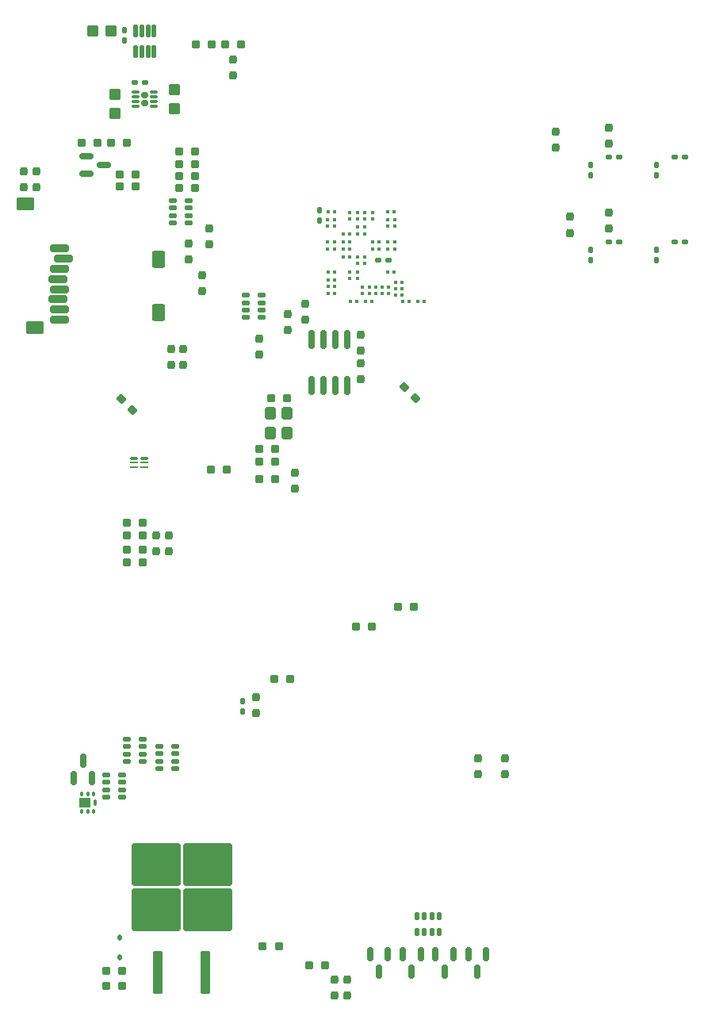
<source format=gbp>
%TF.GenerationSoftware,KiCad,Pcbnew,8.0.3*%
%TF.CreationDate,2024-06-13T08:31:56-07:00*%
%TF.ProjectId,squishy-main,73717569-7368-4792-9d6d-61696e2e6b69,2*%
%TF.SameCoordinates,PXb3c4820PY930e7c0*%
%TF.FileFunction,Paste,Bot*%
%TF.FilePolarity,Positive*%
%FSLAX46Y46*%
G04 Gerber Fmt 4.6, Leading zero omitted, Abs format (unit mm)*
G04 Created by KiCad (PCBNEW 8.0.3) date 2024-06-13 08:31:56*
%MOMM*%
%LPD*%
G01*
G04 APERTURE LIST*
G04 Aperture macros list*
%AMRoundRect*
0 Rectangle with rounded corners*
0 $1 Rounding radius*
0 $2 $3 $4 $5 $6 $7 $8 $9 X,Y pos of 4 corners*
0 Add a 4 corners polygon primitive as box body*
4,1,4,$2,$3,$4,$5,$6,$7,$8,$9,$2,$3,0*
0 Add four circle primitives for the rounded corners*
1,1,$1+$1,$2,$3*
1,1,$1+$1,$4,$5*
1,1,$1+$1,$6,$7*
1,1,$1+$1,$8,$9*
0 Add four rect primitives between the rounded corners*
20,1,$1+$1,$2,$3,$4,$5,0*
20,1,$1+$1,$4,$5,$6,$7,0*
20,1,$1+$1,$6,$7,$8,$9,0*
20,1,$1+$1,$8,$9,$2,$3,0*%
G04 Aperture macros list end*
%ADD10C,0.500000*%
%ADD11RoundRect,0.200000X-0.200000X0.250000X-0.200000X-0.250000X0.200000X-0.250000X0.200000X0.250000X0*%
%ADD12RoundRect,0.079500X-0.100500X0.079500X-0.100500X-0.079500X0.100500X-0.079500X0.100500X0.079500X0*%
%ADD13RoundRect,0.125000X0.175000X0.125000X-0.175000X0.125000X-0.175000X-0.125000X0.175000X-0.125000X0*%
%ADD14RoundRect,0.079500X0.079500X0.100500X-0.079500X0.100500X-0.079500X-0.100500X0.079500X-0.100500X0*%
%ADD15RoundRect,0.125000X-0.325000X-0.125000X0.325000X-0.125000X0.325000X0.125000X-0.325000X0.125000X0*%
%ADD16RoundRect,0.150000X-0.150000X0.587500X-0.150000X-0.587500X0.150000X-0.587500X0.150000X0.587500X0*%
%ADD17RoundRect,0.200000X-0.250000X-0.200000X0.250000X-0.200000X0.250000X0.200000X-0.250000X0.200000X0*%
%ADD18RoundRect,0.200000X0.200000X-0.250000X0.200000X0.250000X-0.200000X0.250000X-0.200000X-0.250000X0*%
%ADD19RoundRect,0.250000X-0.350000X0.400000X-0.350000X-0.400000X0.350000X-0.400000X0.350000X0.400000X0*%
%ADD20RoundRect,0.075000X0.325000X0.075000X-0.325000X0.075000X-0.325000X-0.075000X0.325000X-0.075000X0*%
%ADD21RoundRect,0.112500X-0.112500X0.187500X-0.112500X-0.187500X0.112500X-0.187500X0.112500X0.187500X0*%
%ADD22RoundRect,0.079500X0.100500X-0.079500X0.100500X0.079500X-0.100500X0.079500X-0.100500X-0.079500X0*%
%ADD23RoundRect,0.150000X0.150000X-0.825000X0.150000X0.825000X-0.150000X0.825000X-0.150000X-0.825000X0*%
%ADD24RoundRect,0.200400X-0.399600X0.399600X-0.399600X-0.399600X0.399600X-0.399600X0.399600X0.399600X0*%
%ADD25RoundRect,0.125000X0.125000X-0.175000X0.125000X0.175000X-0.125000X0.175000X-0.125000X-0.175000X0*%
%ADD26RoundRect,0.062500X0.337500X-0.062500X0.337500X0.062500X-0.337500X0.062500X-0.337500X-0.062500X0*%
%ADD27RoundRect,0.087500X0.312500X-0.087500X0.312500X0.087500X-0.312500X0.087500X-0.312500X-0.087500X0*%
%ADD28RoundRect,0.150000X-0.587500X-0.150000X0.587500X-0.150000X0.587500X0.150000X-0.587500X0.150000X0*%
%ADD29RoundRect,0.079500X-0.079500X-0.100500X0.079500X-0.100500X0.079500X0.100500X-0.079500X0.100500X0*%
%ADD30RoundRect,0.200000X0.250000X0.200000X-0.250000X0.200000X-0.250000X-0.200000X0.250000X-0.200000X0*%
%ADD31RoundRect,0.087500X-0.087500X0.127500X-0.087500X-0.127500X0.087500X-0.127500X0.087500X0.127500X0*%
%ADD32RoundRect,0.250000X-0.375000X0.300000X-0.375000X-0.300000X0.375000X-0.300000X0.375000X0.300000X0*%
%ADD33RoundRect,0.087500X-0.087500X0.242500X-0.087500X-0.242500X0.087500X-0.242500X0.087500X0.242500X0*%
%ADD34RoundRect,0.112500X0.112500X-0.550000X0.112500X0.550000X-0.112500X0.550000X-0.112500X-0.550000X0*%
%ADD35RoundRect,0.125000X-0.125000X0.175000X-0.125000X-0.175000X0.125000X-0.175000X0.125000X0.175000X0*%
%ADD36RoundRect,0.150000X0.150000X-0.587500X0.150000X0.587500X-0.150000X0.587500X-0.150000X-0.587500X0*%
%ADD37RoundRect,0.250000X0.300000X-2.050000X0.300000X2.050000X-0.300000X2.050000X-0.300000X-2.050000X0*%
%ADD38RoundRect,0.250000X2.375000X-2.025000X2.375000X2.025000X-2.375000X2.025000X-2.375000X-2.025000X0*%
%ADD39RoundRect,0.125000X0.325000X0.125000X-0.325000X0.125000X-0.325000X-0.125000X0.325000X-0.125000X0*%
%ADD40RoundRect,0.200400X-0.399600X-0.399600X0.399600X-0.399600X0.399600X0.399600X-0.399600X0.399600X0*%
%ADD41RoundRect,0.200000X-0.318198X0.035355X0.035355X-0.318198X0.318198X-0.035355X-0.035355X0.318198X0*%
%ADD42RoundRect,0.125000X0.125000X-0.325000X0.125000X0.325000X-0.125000X0.325000X-0.125000X-0.325000X0*%
%ADD43RoundRect,0.200000X0.800000X-0.200000X0.800000X0.200000X-0.800000X0.200000X-0.800000X-0.200000X0*%
%ADD44RoundRect,0.250000X0.450000X-0.650000X0.450000X0.650000X-0.450000X0.650000X-0.450000X-0.650000X0*%
%ADD45RoundRect,0.250000X0.700000X-0.450000X0.700000X0.450000X-0.700000X0.450000X-0.700000X-0.450000X0*%
G04 APERTURE END LIST*
D10*
%TO.C,U19*%
X-60500000Y98125000D02*
X-60700000Y98125000D01*
X-60700000Y98300000D01*
X-60500000Y98300000D01*
X-60500000Y98125000D01*
G36*
X-60500000Y98125000D02*
G01*
X-60700000Y98125000D01*
X-60700000Y98300000D01*
X-60500000Y98300000D01*
X-60500000Y98125000D01*
G37*
X-60500000Y97300000D02*
X-60700000Y97300000D01*
X-60700000Y97475000D01*
X-60500000Y97475000D01*
X-60500000Y97300000D01*
G36*
X-60500000Y97300000D02*
G01*
X-60700000Y97300000D01*
X-60700000Y97475000D01*
X-60500000Y97475000D01*
X-60500000Y97300000D01*
G37*
%TD*%
D11*
%TO.C,C46*%
X-25050000Y27480500D03*
X-25050000Y25780500D03*
%TD*%
D12*
%TO.C,C78*%
X-34700000Y84945000D03*
X-34700000Y84255000D03*
%TD*%
D13*
%TO.C,C2*%
X-9950000Y91600000D03*
X-11050000Y91600000D03*
%TD*%
D14*
%TO.C,C58*%
X-33155000Y76900000D03*
X-33845000Y76900000D03*
%TD*%
D15*
%TO.C,R50*%
X-64750000Y23300000D03*
X-63050000Y23300000D03*
X-64750000Y24100000D03*
X-63050000Y24100000D03*
X-64750000Y24900000D03*
X-63050000Y24900000D03*
X-64750000Y25700000D03*
X-63050000Y25700000D03*
%TD*%
D16*
%TO.C,Q2*%
X-33050001Y6537501D03*
X-31150001Y6537501D03*
X-32100001Y4662501D03*
%TD*%
D14*
%TO.C,C57*%
X-33155000Y78300000D03*
X-33845000Y78300000D03*
%TD*%
D17*
%TO.C,C49*%
X-62500000Y48375000D03*
X-60800000Y48375000D03*
%TD*%
D18*
%TO.C,C12*%
X-44550000Y56225000D03*
X-44550000Y57925000D03*
%TD*%
D14*
%TO.C,C66*%
X-38755000Y81800000D03*
X-39445000Y81800000D03*
%TD*%
D19*
%TO.C,X2*%
X-45400000Y64250000D03*
X-45400000Y62150000D03*
X-47200000Y62150000D03*
X-47200000Y64250000D03*
%TD*%
D20*
%TO.C,U19*%
X-59600000Y98550000D03*
X-59600000Y98050000D03*
X-59600000Y97550000D03*
X-59600000Y97050000D03*
X-61600000Y97050000D03*
X-61600000Y97550000D03*
X-61600000Y98050000D03*
X-61600000Y98550000D03*
%TD*%
D21*
%TO.C,D13*%
X-63300000Y8350000D03*
X-63300000Y6250000D03*
%TD*%
D16*
%TO.C,Q3*%
X-36550001Y6537500D03*
X-34650001Y6537500D03*
X-35600001Y4662500D03*
%TD*%
D22*
%TO.C,C76*%
X-37900000Y85055000D03*
X-37900000Y85745000D03*
%TD*%
D23*
%TO.C,U18*%
X-38995000Y67225000D03*
X-40265000Y67225000D03*
X-41535000Y67225000D03*
X-42805000Y67225000D03*
X-42805000Y72175000D03*
X-41535000Y72175000D03*
X-40265000Y72175000D03*
X-38995000Y72175000D03*
%TD*%
D14*
%TO.C,C112*%
X-36355000Y76200000D03*
X-37045000Y76200000D03*
%TD*%
D11*
%TO.C,R69*%
X-15200000Y85250000D03*
X-15200000Y83550000D03*
%TD*%
D24*
%TO.C,R52*%
X-57400000Y98800000D03*
X-57400000Y96800000D03*
%TD*%
D25*
%TO.C,C5*%
X-6000000Y89650001D03*
X-6000000Y90750001D03*
%TD*%
D12*
%TO.C,C79*%
X-33900000Y84945000D03*
X-33900000Y84255000D03*
%TD*%
D26*
%TO.C,U7*%
X-61750000Y58500000D03*
X-61750000Y59000000D03*
D27*
X-61750000Y59500000D03*
X-60650000Y59500000D03*
D26*
X-60650000Y59000000D03*
X-60650000Y58500000D03*
%TD*%
D12*
%TO.C,C67*%
X-37900000Y80945000D03*
X-37900000Y80255000D03*
%TD*%
%TO.C,C72*%
X-41100000Y82545000D03*
X-41100000Y81855000D03*
%TD*%
D14*
%TO.C,C108*%
X-30755000Y76200000D03*
X-31445000Y76200000D03*
%TD*%
D11*
%TO.C,C19*%
X-56500000Y71150000D03*
X-56500000Y69450000D03*
%TD*%
D22*
%TO.C,C75*%
X-36300000Y85055000D03*
X-36300000Y85745000D03*
%TD*%
D17*
%TO.C,C15*%
X-47150000Y65900000D03*
X-45450000Y65900000D03*
%TD*%
D11*
%TO.C,R72*%
X-45300000Y74850000D03*
X-45300000Y73150000D03*
%TD*%
D18*
%TO.C,R73*%
X-43500000Y74250000D03*
X-43500000Y75950000D03*
%TD*%
D28*
%TO.C,Q9*%
X-66837500Y89850000D03*
X-66837500Y91750000D03*
X-64962499Y90800000D03*
%TD*%
D14*
%TO.C,C56*%
X-40355000Y77800000D03*
X-41045000Y77800000D03*
%TD*%
D29*
%TO.C,C63*%
X-34645000Y85800000D03*
X-33955000Y85800000D03*
%TD*%
D12*
%TO.C,C73*%
X-41100000Y84945000D03*
X-41100000Y84255000D03*
%TD*%
D16*
%TO.C,Q4*%
X-29550000Y6537499D03*
X-27650000Y6537499D03*
X-28600000Y4662499D03*
%TD*%
D30*
%TO.C,C88*%
X-31850000Y43599999D03*
X-33550000Y43599999D03*
%TD*%
D22*
%TO.C,C52*%
X-37900000Y83455000D03*
X-37900000Y84145000D03*
%TD*%
D14*
%TO.C,C51*%
X-38755000Y82600000D03*
X-39445000Y82600000D03*
%TD*%
D15*
%TO.C,R48*%
X-59015000Y26335000D03*
X-57315000Y26335000D03*
X-59015000Y27135000D03*
X-57315000Y27135000D03*
X-59015000Y27935000D03*
X-57315000Y27935000D03*
X-59015000Y28735000D03*
X-57315000Y28735000D03*
%TD*%
D22*
%TO.C,C105*%
X-37900000Y78655000D03*
X-37900000Y79345000D03*
%TD*%
%TO.C,C82*%
X-35250000Y77055000D03*
X-35250000Y77745000D03*
%TD*%
%TO.C,C81*%
X-34550000Y77055000D03*
X-34550000Y77745000D03*
%TD*%
D12*
%TO.C,C103*%
X-40300000Y84945000D03*
X-40300000Y84255000D03*
%TD*%
D25*
%TO.C,C64*%
X-41950000Y84850000D03*
X-41950000Y85950000D03*
%TD*%
D31*
%TO.C,Q6*%
X-66700000Y23635001D03*
X-67350000Y23635001D03*
D32*
X-66985000Y22700001D03*
D31*
X-66700000Y21765001D03*
X-67350000Y21765001D03*
X-66050000Y23635001D03*
D33*
X-65925000Y22700001D03*
D31*
X-66050000Y21765001D03*
%TD*%
D14*
%TO.C,C55*%
X-40355000Y77100000D03*
X-41045000Y77100000D03*
%TD*%
D30*
%TO.C,R49*%
X-50350000Y103700000D03*
X-52050000Y103700000D03*
%TD*%
D22*
%TO.C,C100*%
X-38700000Y85055000D03*
X-38700000Y85745000D03*
%TD*%
%TO.C,C84*%
X-36650000Y77055000D03*
X-36650000Y77745000D03*
%TD*%
D14*
%TO.C,C59*%
X-33155000Y77600000D03*
X-33845000Y77600000D03*
%TD*%
D29*
%TO.C,C111*%
X-38645000Y76200000D03*
X-37955000Y76200000D03*
%TD*%
%TO.C,C68*%
X-36245000Y81800000D03*
X-35555000Y81800000D03*
%TD*%
D11*
%TO.C,R67*%
X-11000000Y85750000D03*
X-11000000Y84050000D03*
%TD*%
D30*
%TO.C,C95*%
X-63050000Y3200000D03*
X-64750000Y3200000D03*
%TD*%
D11*
%TO.C,R37*%
X-37550000Y69600000D03*
X-37550000Y67900000D03*
%TD*%
D22*
%TO.C,C102*%
X-37100000Y85055000D03*
X-37100000Y85745000D03*
%TD*%
D34*
%TO.C,U22*%
X-59625000Y102862500D03*
X-60275000Y102862500D03*
X-60925000Y102862500D03*
X-61575000Y102862500D03*
X-61575000Y105137500D03*
X-60925000Y105137500D03*
X-60275000Y105137500D03*
X-59625000Y105137500D03*
%TD*%
D35*
%TO.C,C97*%
X-62800000Y105150000D03*
X-62800000Y104050000D03*
%TD*%
D36*
%TO.C,Q8*%
X-66249999Y25362500D03*
X-68149999Y25362500D03*
X-67199999Y27237500D03*
%TD*%
D11*
%TO.C,R36*%
X-11000000Y94750000D03*
X-11000000Y93050000D03*
%TD*%
D30*
%TO.C,C11*%
X-51850000Y58250001D03*
X-53550000Y58250001D03*
%TD*%
D37*
%TO.C,D14*%
X-54110000Y4575000D03*
D38*
X-59425000Y11300000D03*
X-53875000Y11300000D03*
X-59425000Y16150000D03*
X-53875000Y16150000D03*
D37*
X-59190000Y4575000D03*
%TD*%
D22*
%TO.C,C83*%
X-37350000Y77055000D03*
X-37350000Y77745000D03*
%TD*%
D25*
%TO.C,R3*%
X-50200000Y32449999D03*
X-50200000Y33549999D03*
%TD*%
D13*
%TO.C,C3*%
X-2950000Y91600000D03*
X-4050000Y91600000D03*
%TD*%
D18*
%TO.C,R1*%
X-48400000Y70550000D03*
X-48400000Y72250000D03*
%TD*%
D11*
%TO.C,C20*%
X-57800000Y71150000D03*
X-57800000Y69450000D03*
%TD*%
D39*
%TO.C,R66*%
X-55950000Y87000000D03*
X-57650000Y87000000D03*
X-55950000Y86200000D03*
X-57650000Y86200000D03*
X-55950000Y85400000D03*
X-57650000Y85400000D03*
X-55950000Y84600000D03*
X-57650000Y84600000D03*
%TD*%
D12*
%TO.C,C65*%
X-37100000Y80945000D03*
X-37100000Y80255000D03*
%TD*%
%TO.C,C77*%
X-34700000Y82545000D03*
X-34700000Y81855000D03*
%TD*%
D30*
%TO.C,R47*%
X-63050001Y4750001D03*
X-64750001Y4750001D03*
%TD*%
D29*
%TO.C,C61*%
X-34645000Y79400000D03*
X-33955000Y79400000D03*
%TD*%
D18*
%TO.C,R56*%
X-22150000Y25730499D03*
X-22150000Y27430499D03*
%TD*%
D40*
%TO.C,FB3*%
X-66200000Y105100000D03*
X-64200000Y105100000D03*
%TD*%
D17*
%TO.C,C91*%
X-62500000Y52625000D03*
X-60800000Y52625000D03*
%TD*%
D30*
%TO.C,R10*%
X-46700000Y60500000D03*
X-48400000Y60500000D03*
%TD*%
D25*
%TO.C,C4*%
X-13000000Y89650000D03*
X-13000000Y90750000D03*
%TD*%
D11*
%TO.C,C7*%
X-37550000Y72700000D03*
X-37550000Y71000000D03*
%TD*%
D12*
%TO.C,C74*%
X-33900000Y82545000D03*
X-33900000Y81855000D03*
%TD*%
D41*
%TO.C,C22*%
X-63101041Y65801041D03*
X-61898959Y64598959D03*
%TD*%
D29*
%TO.C,C109*%
X-33045000Y76200000D03*
X-32355000Y76200000D03*
%TD*%
D15*
%TO.C,R14*%
X-49850000Y74500000D03*
X-48150000Y74500000D03*
X-49850000Y75300000D03*
X-48150000Y75300000D03*
X-49850000Y76100000D03*
X-48150000Y76100000D03*
X-49850000Y76900000D03*
X-48150000Y76900000D03*
%TD*%
D11*
%TO.C,C80*%
X-73500000Y90150000D03*
X-73500000Y88450000D03*
%TD*%
D18*
%TO.C,C17*%
X-58050000Y49575000D03*
X-58050000Y51275000D03*
%TD*%
D11*
%TO.C,R68*%
X-16700000Y94350000D03*
X-16700000Y92650000D03*
%TD*%
D14*
%TO.C,C60*%
X-40355000Y85800000D03*
X-41045000Y85800000D03*
%TD*%
D11*
%TO.C,R41*%
X-72200000Y90150000D03*
X-72200000Y88450000D03*
%TD*%
D16*
%TO.C,Q5*%
X-26050001Y6537498D03*
X-24150001Y6537498D03*
X-25100001Y4662498D03*
%TD*%
D17*
%TO.C,R61*%
X-67350000Y93200000D03*
X-65650000Y93200000D03*
%TD*%
D41*
%TO.C,C18*%
X-32901041Y67101041D03*
X-31698959Y65898959D03*
%TD*%
D14*
%TO.C,C62*%
X-40355000Y79400000D03*
X-41045000Y79400000D03*
%TD*%
D11*
%TO.C,R28*%
X-55900000Y82450000D03*
X-55900000Y80750000D03*
%TD*%
D17*
%TO.C,R76*%
X-56950000Y92200000D03*
X-55250000Y92200000D03*
%TD*%
D22*
%TO.C,C106*%
X-38700000Y78655000D03*
X-38700000Y79345000D03*
%TD*%
D17*
%TO.C,R63*%
X-63250000Y89800000D03*
X-61550000Y89800000D03*
%TD*%
D11*
%TO.C,C1*%
X-54500000Y79050000D03*
X-54500000Y77350000D03*
%TD*%
D18*
%TO.C,R32*%
X-40300000Y2150000D03*
X-40300000Y3850000D03*
%TD*%
D12*
%TO.C,C104*%
X-40300000Y82545000D03*
X-40300000Y81855000D03*
%TD*%
D30*
%TO.C,R17*%
X-45100000Y35900000D03*
X-46800000Y35900000D03*
%TD*%
D14*
%TO.C,C50*%
X-38755000Y83400000D03*
X-39445000Y83400000D03*
%TD*%
D17*
%TO.C,R62*%
X-63250000Y88500000D03*
X-61550000Y88500000D03*
%TD*%
D30*
%TO.C,C13*%
X-46700000Y59150000D03*
X-48400000Y59150000D03*
%TD*%
D18*
%TO.C,R40*%
X-39000000Y2150000D03*
X-39000000Y3850000D03*
%TD*%
D17*
%TO.C,C14*%
X-48400000Y57250000D03*
X-46700000Y57250000D03*
%TD*%
D30*
%TO.C,R43*%
X-36350000Y41500001D03*
X-38050000Y41500001D03*
%TD*%
D17*
%TO.C,C93*%
X-62500000Y51275000D03*
X-60800000Y51275000D03*
%TD*%
D22*
%TO.C,C69*%
X-37100000Y83455000D03*
X-37100000Y84145000D03*
%TD*%
D17*
%TO.C,R51*%
X-64250000Y93200000D03*
X-62550000Y93200000D03*
%TD*%
%TO.C,R65*%
X-48000000Y7400000D03*
X-46300000Y7400000D03*
%TD*%
%TO.C,R58*%
X-55150000Y103700000D03*
X-53450000Y103700000D03*
%TD*%
%TO.C,R6*%
X-56950000Y90900000D03*
X-55250000Y90900000D03*
%TD*%
D29*
%TO.C,C53*%
X-36245000Y82600000D03*
X-35555000Y82600000D03*
%TD*%
D15*
%TO.C,R46*%
X-62550001Y27100000D03*
X-60850001Y27100000D03*
X-62550001Y27900000D03*
X-60850001Y27900000D03*
X-62550001Y28700000D03*
X-60850001Y28700000D03*
X-62550001Y29500000D03*
X-60850001Y29500000D03*
%TD*%
D30*
%TO.C,C6*%
X-41350000Y5400000D03*
X-43050000Y5400000D03*
%TD*%
D24*
%TO.C,R53*%
X-63800000Y98300000D03*
X-63800000Y96300000D03*
%TD*%
D22*
%TO.C,C85*%
X-35950000Y77055000D03*
X-35950000Y77745000D03*
%TD*%
D18*
%TO.C,R64*%
X-51200000Y100350000D03*
X-51200000Y102050000D03*
%TD*%
D13*
%TO.C,C35*%
X-2950000Y82600000D03*
X-4050000Y82600000D03*
%TD*%
D14*
%TO.C,C70*%
X-38755000Y81000000D03*
X-39445000Y81000000D03*
%TD*%
D42*
%TO.C,R35*%
X-29150001Y8949999D03*
X-29150001Y10649999D03*
X-29950001Y8949999D03*
X-29950001Y10649999D03*
X-30750001Y8949999D03*
X-30750001Y10649999D03*
X-31550001Y8949999D03*
X-31550001Y10649999D03*
%TD*%
D25*
%TO.C,C36*%
X-13000000Y80650000D03*
X-13000000Y81750000D03*
%TD*%
D43*
%TO.C,J6*%
X-69725000Y81940000D03*
X-69325000Y80840000D03*
X-69725000Y79740000D03*
X-69925000Y78640000D03*
X-69725000Y77540000D03*
X-69925000Y76440000D03*
X-69725000Y75340000D03*
X-69725000Y74240000D03*
D44*
X-59175000Y75050000D03*
X-59175000Y80750000D03*
D45*
X-72325000Y73450000D03*
X-73325000Y86600000D03*
%TD*%
D11*
%TO.C,R70*%
X-53700000Y84050000D03*
X-53700000Y82350000D03*
%TD*%
D14*
%TO.C,C54*%
X-40355000Y78500000D03*
X-41045000Y78500000D03*
%TD*%
D17*
%TO.C,C16*%
X-62500000Y49725000D03*
X-60800000Y49725000D03*
%TD*%
%TO.C,R77*%
X-56950000Y88300000D03*
X-55250000Y88300000D03*
%TD*%
D13*
%TO.C,C34*%
X-9950000Y82600000D03*
X-11050000Y82600000D03*
%TD*%
%TO.C,C96*%
X-60600000Y99600000D03*
X-61700000Y99600000D03*
%TD*%
%TO.C,C71*%
X-34550000Y80600000D03*
X-35650000Y80600000D03*
%TD*%
D17*
%TO.C,R75*%
X-56950000Y89600000D03*
X-55250000Y89600000D03*
%TD*%
D18*
%TO.C,C24*%
X-48700000Y32299999D03*
X-48700000Y33999999D03*
%TD*%
D25*
%TO.C,C37*%
X-6000000Y80650001D03*
X-6000000Y81750001D03*
%TD*%
D11*
%TO.C,C92*%
X-59400000Y51275001D03*
X-59400000Y49575001D03*
%TD*%
M02*

</source>
